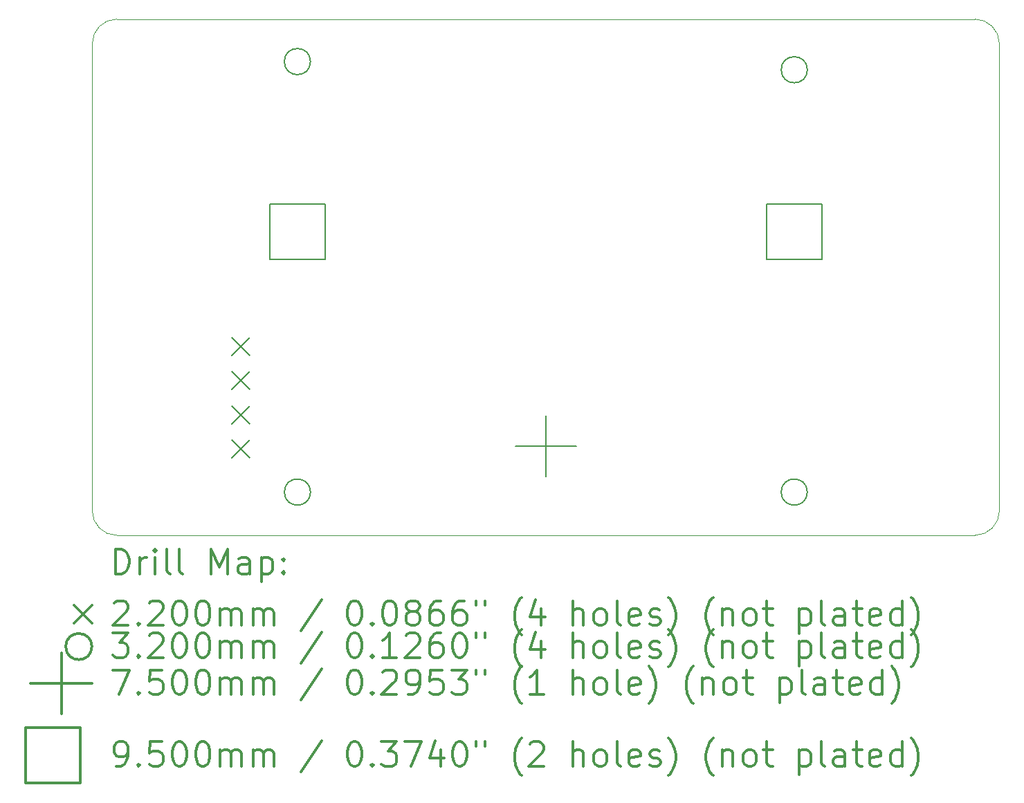
<source format=gbr>
%FSLAX45Y45*%
G04 Gerber Fmt 4.5, Leading zero omitted, Abs format (unit mm)*
G04 Created by KiCad (PCBNEW (5.1.12)-1) date 2022-01-24 11:12:58*
%MOMM*%
%LPD*%
G01*
G04 APERTURE LIST*
%TA.AperFunction,Profile*%
%ADD10C,0.100000*%
%TD*%
%ADD11C,0.200000*%
%ADD12C,0.300000*%
G04 APERTURE END LIST*
D10*
X21050000Y-8980000D02*
G75*
G02*
X21350000Y-9280000I0J-300000D01*
G01*
X21350000Y-15000000D02*
G75*
G02*
X21050000Y-15300000I-300000J0D01*
G01*
X10550000Y-15300000D02*
G75*
G02*
X10250000Y-15000000I0J300000D01*
G01*
X10250000Y-9280000D02*
G75*
G02*
X10550000Y-8980000I300000J0D01*
G01*
X10550000Y-15300000D02*
X21050000Y-15300000D01*
X21350000Y-9280000D02*
X21350000Y-15000000D01*
X10550000Y-8980000D02*
X21050000Y-8980000D01*
X10250000Y-9280000D02*
X10250000Y-15000000D01*
D11*
X11955000Y-12875000D02*
X12175000Y-13095000D01*
X12175000Y-12875000D02*
X11955000Y-13095000D01*
X11955000Y-13295000D02*
X12175000Y-13515000D01*
X12175000Y-13295000D02*
X11955000Y-13515000D01*
X11955000Y-13715000D02*
X12175000Y-13935000D01*
X12175000Y-13715000D02*
X11955000Y-13935000D01*
X11955000Y-14135000D02*
X12175000Y-14355000D01*
X12175000Y-14135000D02*
X11955000Y-14355000D01*
X12920000Y-9500000D02*
G75*
G03*
X12920000Y-9500000I-160000J0D01*
G01*
X12920000Y-14770000D02*
G75*
G03*
X12920000Y-14770000I-160000J0D01*
G01*
X19000000Y-9600000D02*
G75*
G03*
X19000000Y-9600000I-160000J0D01*
G01*
X19000000Y-14770000D02*
G75*
G03*
X19000000Y-14770000I-160000J0D01*
G01*
X15800000Y-13832500D02*
X15800000Y-14582500D01*
X15425000Y-14207500D02*
X16175000Y-14207500D01*
X13095879Y-11918379D02*
X13095879Y-11246621D01*
X12424121Y-11246621D01*
X12424121Y-11918379D01*
X13095879Y-11918379D01*
X19175879Y-11918379D02*
X19175879Y-11246621D01*
X18504121Y-11246621D01*
X18504121Y-11918379D01*
X19175879Y-11918379D01*
D12*
X10531428Y-15770714D02*
X10531428Y-15470714D01*
X10602857Y-15470714D01*
X10645714Y-15485000D01*
X10674286Y-15513571D01*
X10688571Y-15542143D01*
X10702857Y-15599286D01*
X10702857Y-15642143D01*
X10688571Y-15699286D01*
X10674286Y-15727857D01*
X10645714Y-15756429D01*
X10602857Y-15770714D01*
X10531428Y-15770714D01*
X10831428Y-15770714D02*
X10831428Y-15570714D01*
X10831428Y-15627857D02*
X10845714Y-15599286D01*
X10860000Y-15585000D01*
X10888571Y-15570714D01*
X10917143Y-15570714D01*
X11017143Y-15770714D02*
X11017143Y-15570714D01*
X11017143Y-15470714D02*
X11002857Y-15485000D01*
X11017143Y-15499286D01*
X11031428Y-15485000D01*
X11017143Y-15470714D01*
X11017143Y-15499286D01*
X11202857Y-15770714D02*
X11174286Y-15756429D01*
X11160000Y-15727857D01*
X11160000Y-15470714D01*
X11360000Y-15770714D02*
X11331428Y-15756429D01*
X11317143Y-15727857D01*
X11317143Y-15470714D01*
X11702857Y-15770714D02*
X11702857Y-15470714D01*
X11802857Y-15685000D01*
X11902857Y-15470714D01*
X11902857Y-15770714D01*
X12174286Y-15770714D02*
X12174286Y-15613571D01*
X12160000Y-15585000D01*
X12131428Y-15570714D01*
X12074286Y-15570714D01*
X12045714Y-15585000D01*
X12174286Y-15756429D02*
X12145714Y-15770714D01*
X12074286Y-15770714D01*
X12045714Y-15756429D01*
X12031428Y-15727857D01*
X12031428Y-15699286D01*
X12045714Y-15670714D01*
X12074286Y-15656429D01*
X12145714Y-15656429D01*
X12174286Y-15642143D01*
X12317143Y-15570714D02*
X12317143Y-15870714D01*
X12317143Y-15585000D02*
X12345714Y-15570714D01*
X12402857Y-15570714D01*
X12431428Y-15585000D01*
X12445714Y-15599286D01*
X12460000Y-15627857D01*
X12460000Y-15713571D01*
X12445714Y-15742143D01*
X12431428Y-15756429D01*
X12402857Y-15770714D01*
X12345714Y-15770714D01*
X12317143Y-15756429D01*
X12588571Y-15742143D02*
X12602857Y-15756429D01*
X12588571Y-15770714D01*
X12574286Y-15756429D01*
X12588571Y-15742143D01*
X12588571Y-15770714D01*
X12588571Y-15585000D02*
X12602857Y-15599286D01*
X12588571Y-15613571D01*
X12574286Y-15599286D01*
X12588571Y-15585000D01*
X12588571Y-15613571D01*
X10025000Y-16155000D02*
X10245000Y-16375000D01*
X10245000Y-16155000D02*
X10025000Y-16375000D01*
X10517143Y-16129286D02*
X10531428Y-16115000D01*
X10560000Y-16100714D01*
X10631428Y-16100714D01*
X10660000Y-16115000D01*
X10674286Y-16129286D01*
X10688571Y-16157857D01*
X10688571Y-16186429D01*
X10674286Y-16229286D01*
X10502857Y-16400714D01*
X10688571Y-16400714D01*
X10817143Y-16372143D02*
X10831428Y-16386429D01*
X10817143Y-16400714D01*
X10802857Y-16386429D01*
X10817143Y-16372143D01*
X10817143Y-16400714D01*
X10945714Y-16129286D02*
X10960000Y-16115000D01*
X10988571Y-16100714D01*
X11060000Y-16100714D01*
X11088571Y-16115000D01*
X11102857Y-16129286D01*
X11117143Y-16157857D01*
X11117143Y-16186429D01*
X11102857Y-16229286D01*
X10931428Y-16400714D01*
X11117143Y-16400714D01*
X11302857Y-16100714D02*
X11331428Y-16100714D01*
X11360000Y-16115000D01*
X11374286Y-16129286D01*
X11388571Y-16157857D01*
X11402857Y-16215000D01*
X11402857Y-16286429D01*
X11388571Y-16343571D01*
X11374286Y-16372143D01*
X11360000Y-16386429D01*
X11331428Y-16400714D01*
X11302857Y-16400714D01*
X11274286Y-16386429D01*
X11260000Y-16372143D01*
X11245714Y-16343571D01*
X11231428Y-16286429D01*
X11231428Y-16215000D01*
X11245714Y-16157857D01*
X11260000Y-16129286D01*
X11274286Y-16115000D01*
X11302857Y-16100714D01*
X11588571Y-16100714D02*
X11617143Y-16100714D01*
X11645714Y-16115000D01*
X11660000Y-16129286D01*
X11674286Y-16157857D01*
X11688571Y-16215000D01*
X11688571Y-16286429D01*
X11674286Y-16343571D01*
X11660000Y-16372143D01*
X11645714Y-16386429D01*
X11617143Y-16400714D01*
X11588571Y-16400714D01*
X11560000Y-16386429D01*
X11545714Y-16372143D01*
X11531428Y-16343571D01*
X11517143Y-16286429D01*
X11517143Y-16215000D01*
X11531428Y-16157857D01*
X11545714Y-16129286D01*
X11560000Y-16115000D01*
X11588571Y-16100714D01*
X11817143Y-16400714D02*
X11817143Y-16200714D01*
X11817143Y-16229286D02*
X11831428Y-16215000D01*
X11860000Y-16200714D01*
X11902857Y-16200714D01*
X11931428Y-16215000D01*
X11945714Y-16243571D01*
X11945714Y-16400714D01*
X11945714Y-16243571D02*
X11960000Y-16215000D01*
X11988571Y-16200714D01*
X12031428Y-16200714D01*
X12060000Y-16215000D01*
X12074286Y-16243571D01*
X12074286Y-16400714D01*
X12217143Y-16400714D02*
X12217143Y-16200714D01*
X12217143Y-16229286D02*
X12231428Y-16215000D01*
X12260000Y-16200714D01*
X12302857Y-16200714D01*
X12331428Y-16215000D01*
X12345714Y-16243571D01*
X12345714Y-16400714D01*
X12345714Y-16243571D02*
X12360000Y-16215000D01*
X12388571Y-16200714D01*
X12431428Y-16200714D01*
X12460000Y-16215000D01*
X12474286Y-16243571D01*
X12474286Y-16400714D01*
X13060000Y-16086429D02*
X12802857Y-16472143D01*
X13445714Y-16100714D02*
X13474286Y-16100714D01*
X13502857Y-16115000D01*
X13517143Y-16129286D01*
X13531428Y-16157857D01*
X13545714Y-16215000D01*
X13545714Y-16286429D01*
X13531428Y-16343571D01*
X13517143Y-16372143D01*
X13502857Y-16386429D01*
X13474286Y-16400714D01*
X13445714Y-16400714D01*
X13417143Y-16386429D01*
X13402857Y-16372143D01*
X13388571Y-16343571D01*
X13374286Y-16286429D01*
X13374286Y-16215000D01*
X13388571Y-16157857D01*
X13402857Y-16129286D01*
X13417143Y-16115000D01*
X13445714Y-16100714D01*
X13674286Y-16372143D02*
X13688571Y-16386429D01*
X13674286Y-16400714D01*
X13660000Y-16386429D01*
X13674286Y-16372143D01*
X13674286Y-16400714D01*
X13874286Y-16100714D02*
X13902857Y-16100714D01*
X13931428Y-16115000D01*
X13945714Y-16129286D01*
X13960000Y-16157857D01*
X13974286Y-16215000D01*
X13974286Y-16286429D01*
X13960000Y-16343571D01*
X13945714Y-16372143D01*
X13931428Y-16386429D01*
X13902857Y-16400714D01*
X13874286Y-16400714D01*
X13845714Y-16386429D01*
X13831428Y-16372143D01*
X13817143Y-16343571D01*
X13802857Y-16286429D01*
X13802857Y-16215000D01*
X13817143Y-16157857D01*
X13831428Y-16129286D01*
X13845714Y-16115000D01*
X13874286Y-16100714D01*
X14145714Y-16229286D02*
X14117143Y-16215000D01*
X14102857Y-16200714D01*
X14088571Y-16172143D01*
X14088571Y-16157857D01*
X14102857Y-16129286D01*
X14117143Y-16115000D01*
X14145714Y-16100714D01*
X14202857Y-16100714D01*
X14231428Y-16115000D01*
X14245714Y-16129286D01*
X14260000Y-16157857D01*
X14260000Y-16172143D01*
X14245714Y-16200714D01*
X14231428Y-16215000D01*
X14202857Y-16229286D01*
X14145714Y-16229286D01*
X14117143Y-16243571D01*
X14102857Y-16257857D01*
X14088571Y-16286429D01*
X14088571Y-16343571D01*
X14102857Y-16372143D01*
X14117143Y-16386429D01*
X14145714Y-16400714D01*
X14202857Y-16400714D01*
X14231428Y-16386429D01*
X14245714Y-16372143D01*
X14260000Y-16343571D01*
X14260000Y-16286429D01*
X14245714Y-16257857D01*
X14231428Y-16243571D01*
X14202857Y-16229286D01*
X14517143Y-16100714D02*
X14460000Y-16100714D01*
X14431428Y-16115000D01*
X14417143Y-16129286D01*
X14388571Y-16172143D01*
X14374286Y-16229286D01*
X14374286Y-16343571D01*
X14388571Y-16372143D01*
X14402857Y-16386429D01*
X14431428Y-16400714D01*
X14488571Y-16400714D01*
X14517143Y-16386429D01*
X14531428Y-16372143D01*
X14545714Y-16343571D01*
X14545714Y-16272143D01*
X14531428Y-16243571D01*
X14517143Y-16229286D01*
X14488571Y-16215000D01*
X14431428Y-16215000D01*
X14402857Y-16229286D01*
X14388571Y-16243571D01*
X14374286Y-16272143D01*
X14802857Y-16100714D02*
X14745714Y-16100714D01*
X14717143Y-16115000D01*
X14702857Y-16129286D01*
X14674286Y-16172143D01*
X14660000Y-16229286D01*
X14660000Y-16343571D01*
X14674286Y-16372143D01*
X14688571Y-16386429D01*
X14717143Y-16400714D01*
X14774286Y-16400714D01*
X14802857Y-16386429D01*
X14817143Y-16372143D01*
X14831428Y-16343571D01*
X14831428Y-16272143D01*
X14817143Y-16243571D01*
X14802857Y-16229286D01*
X14774286Y-16215000D01*
X14717143Y-16215000D01*
X14688571Y-16229286D01*
X14674286Y-16243571D01*
X14660000Y-16272143D01*
X14945714Y-16100714D02*
X14945714Y-16157857D01*
X15060000Y-16100714D02*
X15060000Y-16157857D01*
X15502857Y-16515000D02*
X15488571Y-16500714D01*
X15460000Y-16457857D01*
X15445714Y-16429286D01*
X15431428Y-16386429D01*
X15417143Y-16315000D01*
X15417143Y-16257857D01*
X15431428Y-16186429D01*
X15445714Y-16143571D01*
X15460000Y-16115000D01*
X15488571Y-16072143D01*
X15502857Y-16057857D01*
X15745714Y-16200714D02*
X15745714Y-16400714D01*
X15674286Y-16086429D02*
X15602857Y-16300714D01*
X15788571Y-16300714D01*
X16131428Y-16400714D02*
X16131428Y-16100714D01*
X16260000Y-16400714D02*
X16260000Y-16243571D01*
X16245714Y-16215000D01*
X16217143Y-16200714D01*
X16174286Y-16200714D01*
X16145714Y-16215000D01*
X16131428Y-16229286D01*
X16445714Y-16400714D02*
X16417143Y-16386429D01*
X16402857Y-16372143D01*
X16388571Y-16343571D01*
X16388571Y-16257857D01*
X16402857Y-16229286D01*
X16417143Y-16215000D01*
X16445714Y-16200714D01*
X16488571Y-16200714D01*
X16517143Y-16215000D01*
X16531428Y-16229286D01*
X16545714Y-16257857D01*
X16545714Y-16343571D01*
X16531428Y-16372143D01*
X16517143Y-16386429D01*
X16488571Y-16400714D01*
X16445714Y-16400714D01*
X16717143Y-16400714D02*
X16688571Y-16386429D01*
X16674286Y-16357857D01*
X16674286Y-16100714D01*
X16945714Y-16386429D02*
X16917143Y-16400714D01*
X16860000Y-16400714D01*
X16831428Y-16386429D01*
X16817143Y-16357857D01*
X16817143Y-16243571D01*
X16831428Y-16215000D01*
X16860000Y-16200714D01*
X16917143Y-16200714D01*
X16945714Y-16215000D01*
X16960000Y-16243571D01*
X16960000Y-16272143D01*
X16817143Y-16300714D01*
X17074286Y-16386429D02*
X17102857Y-16400714D01*
X17160000Y-16400714D01*
X17188571Y-16386429D01*
X17202857Y-16357857D01*
X17202857Y-16343571D01*
X17188571Y-16315000D01*
X17160000Y-16300714D01*
X17117143Y-16300714D01*
X17088571Y-16286429D01*
X17074286Y-16257857D01*
X17074286Y-16243571D01*
X17088571Y-16215000D01*
X17117143Y-16200714D01*
X17160000Y-16200714D01*
X17188571Y-16215000D01*
X17302857Y-16515000D02*
X17317143Y-16500714D01*
X17345714Y-16457857D01*
X17360000Y-16429286D01*
X17374286Y-16386429D01*
X17388571Y-16315000D01*
X17388571Y-16257857D01*
X17374286Y-16186429D01*
X17360000Y-16143571D01*
X17345714Y-16115000D01*
X17317143Y-16072143D01*
X17302857Y-16057857D01*
X17845714Y-16515000D02*
X17831428Y-16500714D01*
X17802857Y-16457857D01*
X17788571Y-16429286D01*
X17774286Y-16386429D01*
X17760000Y-16315000D01*
X17760000Y-16257857D01*
X17774286Y-16186429D01*
X17788571Y-16143571D01*
X17802857Y-16115000D01*
X17831428Y-16072143D01*
X17845714Y-16057857D01*
X17960000Y-16200714D02*
X17960000Y-16400714D01*
X17960000Y-16229286D02*
X17974286Y-16215000D01*
X18002857Y-16200714D01*
X18045714Y-16200714D01*
X18074286Y-16215000D01*
X18088571Y-16243571D01*
X18088571Y-16400714D01*
X18274286Y-16400714D02*
X18245714Y-16386429D01*
X18231428Y-16372143D01*
X18217143Y-16343571D01*
X18217143Y-16257857D01*
X18231428Y-16229286D01*
X18245714Y-16215000D01*
X18274286Y-16200714D01*
X18317143Y-16200714D01*
X18345714Y-16215000D01*
X18360000Y-16229286D01*
X18374286Y-16257857D01*
X18374286Y-16343571D01*
X18360000Y-16372143D01*
X18345714Y-16386429D01*
X18317143Y-16400714D01*
X18274286Y-16400714D01*
X18460000Y-16200714D02*
X18574286Y-16200714D01*
X18502857Y-16100714D02*
X18502857Y-16357857D01*
X18517143Y-16386429D01*
X18545714Y-16400714D01*
X18574286Y-16400714D01*
X18902857Y-16200714D02*
X18902857Y-16500714D01*
X18902857Y-16215000D02*
X18931428Y-16200714D01*
X18988571Y-16200714D01*
X19017143Y-16215000D01*
X19031428Y-16229286D01*
X19045714Y-16257857D01*
X19045714Y-16343571D01*
X19031428Y-16372143D01*
X19017143Y-16386429D01*
X18988571Y-16400714D01*
X18931428Y-16400714D01*
X18902857Y-16386429D01*
X19217143Y-16400714D02*
X19188571Y-16386429D01*
X19174286Y-16357857D01*
X19174286Y-16100714D01*
X19460000Y-16400714D02*
X19460000Y-16243571D01*
X19445714Y-16215000D01*
X19417143Y-16200714D01*
X19360000Y-16200714D01*
X19331428Y-16215000D01*
X19460000Y-16386429D02*
X19431428Y-16400714D01*
X19360000Y-16400714D01*
X19331428Y-16386429D01*
X19317143Y-16357857D01*
X19317143Y-16329286D01*
X19331428Y-16300714D01*
X19360000Y-16286429D01*
X19431428Y-16286429D01*
X19460000Y-16272143D01*
X19560000Y-16200714D02*
X19674286Y-16200714D01*
X19602857Y-16100714D02*
X19602857Y-16357857D01*
X19617143Y-16386429D01*
X19645714Y-16400714D01*
X19674286Y-16400714D01*
X19888571Y-16386429D02*
X19860000Y-16400714D01*
X19802857Y-16400714D01*
X19774286Y-16386429D01*
X19760000Y-16357857D01*
X19760000Y-16243571D01*
X19774286Y-16215000D01*
X19802857Y-16200714D01*
X19860000Y-16200714D01*
X19888571Y-16215000D01*
X19902857Y-16243571D01*
X19902857Y-16272143D01*
X19760000Y-16300714D01*
X20160000Y-16400714D02*
X20160000Y-16100714D01*
X20160000Y-16386429D02*
X20131428Y-16400714D01*
X20074286Y-16400714D01*
X20045714Y-16386429D01*
X20031428Y-16372143D01*
X20017143Y-16343571D01*
X20017143Y-16257857D01*
X20031428Y-16229286D01*
X20045714Y-16215000D01*
X20074286Y-16200714D01*
X20131428Y-16200714D01*
X20160000Y-16215000D01*
X20274286Y-16515000D02*
X20288571Y-16500714D01*
X20317143Y-16457857D01*
X20331428Y-16429286D01*
X20345714Y-16386429D01*
X20360000Y-16315000D01*
X20360000Y-16257857D01*
X20345714Y-16186429D01*
X20331428Y-16143571D01*
X20317143Y-16115000D01*
X20288571Y-16072143D01*
X20274286Y-16057857D01*
X10245000Y-16661000D02*
G75*
G03*
X10245000Y-16661000I-160000J0D01*
G01*
X10502857Y-16496714D02*
X10688571Y-16496714D01*
X10588571Y-16611000D01*
X10631428Y-16611000D01*
X10660000Y-16625286D01*
X10674286Y-16639571D01*
X10688571Y-16668143D01*
X10688571Y-16739571D01*
X10674286Y-16768143D01*
X10660000Y-16782429D01*
X10631428Y-16796714D01*
X10545714Y-16796714D01*
X10517143Y-16782429D01*
X10502857Y-16768143D01*
X10817143Y-16768143D02*
X10831428Y-16782429D01*
X10817143Y-16796714D01*
X10802857Y-16782429D01*
X10817143Y-16768143D01*
X10817143Y-16796714D01*
X10945714Y-16525286D02*
X10960000Y-16511000D01*
X10988571Y-16496714D01*
X11060000Y-16496714D01*
X11088571Y-16511000D01*
X11102857Y-16525286D01*
X11117143Y-16553857D01*
X11117143Y-16582429D01*
X11102857Y-16625286D01*
X10931428Y-16796714D01*
X11117143Y-16796714D01*
X11302857Y-16496714D02*
X11331428Y-16496714D01*
X11360000Y-16511000D01*
X11374286Y-16525286D01*
X11388571Y-16553857D01*
X11402857Y-16611000D01*
X11402857Y-16682429D01*
X11388571Y-16739571D01*
X11374286Y-16768143D01*
X11360000Y-16782429D01*
X11331428Y-16796714D01*
X11302857Y-16796714D01*
X11274286Y-16782429D01*
X11260000Y-16768143D01*
X11245714Y-16739571D01*
X11231428Y-16682429D01*
X11231428Y-16611000D01*
X11245714Y-16553857D01*
X11260000Y-16525286D01*
X11274286Y-16511000D01*
X11302857Y-16496714D01*
X11588571Y-16496714D02*
X11617143Y-16496714D01*
X11645714Y-16511000D01*
X11660000Y-16525286D01*
X11674286Y-16553857D01*
X11688571Y-16611000D01*
X11688571Y-16682429D01*
X11674286Y-16739571D01*
X11660000Y-16768143D01*
X11645714Y-16782429D01*
X11617143Y-16796714D01*
X11588571Y-16796714D01*
X11560000Y-16782429D01*
X11545714Y-16768143D01*
X11531428Y-16739571D01*
X11517143Y-16682429D01*
X11517143Y-16611000D01*
X11531428Y-16553857D01*
X11545714Y-16525286D01*
X11560000Y-16511000D01*
X11588571Y-16496714D01*
X11817143Y-16796714D02*
X11817143Y-16596714D01*
X11817143Y-16625286D02*
X11831428Y-16611000D01*
X11860000Y-16596714D01*
X11902857Y-16596714D01*
X11931428Y-16611000D01*
X11945714Y-16639571D01*
X11945714Y-16796714D01*
X11945714Y-16639571D02*
X11960000Y-16611000D01*
X11988571Y-16596714D01*
X12031428Y-16596714D01*
X12060000Y-16611000D01*
X12074286Y-16639571D01*
X12074286Y-16796714D01*
X12217143Y-16796714D02*
X12217143Y-16596714D01*
X12217143Y-16625286D02*
X12231428Y-16611000D01*
X12260000Y-16596714D01*
X12302857Y-16596714D01*
X12331428Y-16611000D01*
X12345714Y-16639571D01*
X12345714Y-16796714D01*
X12345714Y-16639571D02*
X12360000Y-16611000D01*
X12388571Y-16596714D01*
X12431428Y-16596714D01*
X12460000Y-16611000D01*
X12474286Y-16639571D01*
X12474286Y-16796714D01*
X13060000Y-16482429D02*
X12802857Y-16868143D01*
X13445714Y-16496714D02*
X13474286Y-16496714D01*
X13502857Y-16511000D01*
X13517143Y-16525286D01*
X13531428Y-16553857D01*
X13545714Y-16611000D01*
X13545714Y-16682429D01*
X13531428Y-16739571D01*
X13517143Y-16768143D01*
X13502857Y-16782429D01*
X13474286Y-16796714D01*
X13445714Y-16796714D01*
X13417143Y-16782429D01*
X13402857Y-16768143D01*
X13388571Y-16739571D01*
X13374286Y-16682429D01*
X13374286Y-16611000D01*
X13388571Y-16553857D01*
X13402857Y-16525286D01*
X13417143Y-16511000D01*
X13445714Y-16496714D01*
X13674286Y-16768143D02*
X13688571Y-16782429D01*
X13674286Y-16796714D01*
X13660000Y-16782429D01*
X13674286Y-16768143D01*
X13674286Y-16796714D01*
X13974286Y-16796714D02*
X13802857Y-16796714D01*
X13888571Y-16796714D02*
X13888571Y-16496714D01*
X13860000Y-16539571D01*
X13831428Y-16568143D01*
X13802857Y-16582429D01*
X14088571Y-16525286D02*
X14102857Y-16511000D01*
X14131428Y-16496714D01*
X14202857Y-16496714D01*
X14231428Y-16511000D01*
X14245714Y-16525286D01*
X14260000Y-16553857D01*
X14260000Y-16582429D01*
X14245714Y-16625286D01*
X14074286Y-16796714D01*
X14260000Y-16796714D01*
X14517143Y-16496714D02*
X14460000Y-16496714D01*
X14431428Y-16511000D01*
X14417143Y-16525286D01*
X14388571Y-16568143D01*
X14374286Y-16625286D01*
X14374286Y-16739571D01*
X14388571Y-16768143D01*
X14402857Y-16782429D01*
X14431428Y-16796714D01*
X14488571Y-16796714D01*
X14517143Y-16782429D01*
X14531428Y-16768143D01*
X14545714Y-16739571D01*
X14545714Y-16668143D01*
X14531428Y-16639571D01*
X14517143Y-16625286D01*
X14488571Y-16611000D01*
X14431428Y-16611000D01*
X14402857Y-16625286D01*
X14388571Y-16639571D01*
X14374286Y-16668143D01*
X14731428Y-16496714D02*
X14760000Y-16496714D01*
X14788571Y-16511000D01*
X14802857Y-16525286D01*
X14817143Y-16553857D01*
X14831428Y-16611000D01*
X14831428Y-16682429D01*
X14817143Y-16739571D01*
X14802857Y-16768143D01*
X14788571Y-16782429D01*
X14760000Y-16796714D01*
X14731428Y-16796714D01*
X14702857Y-16782429D01*
X14688571Y-16768143D01*
X14674286Y-16739571D01*
X14660000Y-16682429D01*
X14660000Y-16611000D01*
X14674286Y-16553857D01*
X14688571Y-16525286D01*
X14702857Y-16511000D01*
X14731428Y-16496714D01*
X14945714Y-16496714D02*
X14945714Y-16553857D01*
X15060000Y-16496714D02*
X15060000Y-16553857D01*
X15502857Y-16911000D02*
X15488571Y-16896714D01*
X15460000Y-16853857D01*
X15445714Y-16825286D01*
X15431428Y-16782429D01*
X15417143Y-16711000D01*
X15417143Y-16653857D01*
X15431428Y-16582429D01*
X15445714Y-16539571D01*
X15460000Y-16511000D01*
X15488571Y-16468143D01*
X15502857Y-16453857D01*
X15745714Y-16596714D02*
X15745714Y-16796714D01*
X15674286Y-16482429D02*
X15602857Y-16696714D01*
X15788571Y-16696714D01*
X16131428Y-16796714D02*
X16131428Y-16496714D01*
X16260000Y-16796714D02*
X16260000Y-16639571D01*
X16245714Y-16611000D01*
X16217143Y-16596714D01*
X16174286Y-16596714D01*
X16145714Y-16611000D01*
X16131428Y-16625286D01*
X16445714Y-16796714D02*
X16417143Y-16782429D01*
X16402857Y-16768143D01*
X16388571Y-16739571D01*
X16388571Y-16653857D01*
X16402857Y-16625286D01*
X16417143Y-16611000D01*
X16445714Y-16596714D01*
X16488571Y-16596714D01*
X16517143Y-16611000D01*
X16531428Y-16625286D01*
X16545714Y-16653857D01*
X16545714Y-16739571D01*
X16531428Y-16768143D01*
X16517143Y-16782429D01*
X16488571Y-16796714D01*
X16445714Y-16796714D01*
X16717143Y-16796714D02*
X16688571Y-16782429D01*
X16674286Y-16753857D01*
X16674286Y-16496714D01*
X16945714Y-16782429D02*
X16917143Y-16796714D01*
X16860000Y-16796714D01*
X16831428Y-16782429D01*
X16817143Y-16753857D01*
X16817143Y-16639571D01*
X16831428Y-16611000D01*
X16860000Y-16596714D01*
X16917143Y-16596714D01*
X16945714Y-16611000D01*
X16960000Y-16639571D01*
X16960000Y-16668143D01*
X16817143Y-16696714D01*
X17074286Y-16782429D02*
X17102857Y-16796714D01*
X17160000Y-16796714D01*
X17188571Y-16782429D01*
X17202857Y-16753857D01*
X17202857Y-16739571D01*
X17188571Y-16711000D01*
X17160000Y-16696714D01*
X17117143Y-16696714D01*
X17088571Y-16682429D01*
X17074286Y-16653857D01*
X17074286Y-16639571D01*
X17088571Y-16611000D01*
X17117143Y-16596714D01*
X17160000Y-16596714D01*
X17188571Y-16611000D01*
X17302857Y-16911000D02*
X17317143Y-16896714D01*
X17345714Y-16853857D01*
X17360000Y-16825286D01*
X17374286Y-16782429D01*
X17388571Y-16711000D01*
X17388571Y-16653857D01*
X17374286Y-16582429D01*
X17360000Y-16539571D01*
X17345714Y-16511000D01*
X17317143Y-16468143D01*
X17302857Y-16453857D01*
X17845714Y-16911000D02*
X17831428Y-16896714D01*
X17802857Y-16853857D01*
X17788571Y-16825286D01*
X17774286Y-16782429D01*
X17760000Y-16711000D01*
X17760000Y-16653857D01*
X17774286Y-16582429D01*
X17788571Y-16539571D01*
X17802857Y-16511000D01*
X17831428Y-16468143D01*
X17845714Y-16453857D01*
X17960000Y-16596714D02*
X17960000Y-16796714D01*
X17960000Y-16625286D02*
X17974286Y-16611000D01*
X18002857Y-16596714D01*
X18045714Y-16596714D01*
X18074286Y-16611000D01*
X18088571Y-16639571D01*
X18088571Y-16796714D01*
X18274286Y-16796714D02*
X18245714Y-16782429D01*
X18231428Y-16768143D01*
X18217143Y-16739571D01*
X18217143Y-16653857D01*
X18231428Y-16625286D01*
X18245714Y-16611000D01*
X18274286Y-16596714D01*
X18317143Y-16596714D01*
X18345714Y-16611000D01*
X18360000Y-16625286D01*
X18374286Y-16653857D01*
X18374286Y-16739571D01*
X18360000Y-16768143D01*
X18345714Y-16782429D01*
X18317143Y-16796714D01*
X18274286Y-16796714D01*
X18460000Y-16596714D02*
X18574286Y-16596714D01*
X18502857Y-16496714D02*
X18502857Y-16753857D01*
X18517143Y-16782429D01*
X18545714Y-16796714D01*
X18574286Y-16796714D01*
X18902857Y-16596714D02*
X18902857Y-16896714D01*
X18902857Y-16611000D02*
X18931428Y-16596714D01*
X18988571Y-16596714D01*
X19017143Y-16611000D01*
X19031428Y-16625286D01*
X19045714Y-16653857D01*
X19045714Y-16739571D01*
X19031428Y-16768143D01*
X19017143Y-16782429D01*
X18988571Y-16796714D01*
X18931428Y-16796714D01*
X18902857Y-16782429D01*
X19217143Y-16796714D02*
X19188571Y-16782429D01*
X19174286Y-16753857D01*
X19174286Y-16496714D01*
X19460000Y-16796714D02*
X19460000Y-16639571D01*
X19445714Y-16611000D01*
X19417143Y-16596714D01*
X19360000Y-16596714D01*
X19331428Y-16611000D01*
X19460000Y-16782429D02*
X19431428Y-16796714D01*
X19360000Y-16796714D01*
X19331428Y-16782429D01*
X19317143Y-16753857D01*
X19317143Y-16725286D01*
X19331428Y-16696714D01*
X19360000Y-16682429D01*
X19431428Y-16682429D01*
X19460000Y-16668143D01*
X19560000Y-16596714D02*
X19674286Y-16596714D01*
X19602857Y-16496714D02*
X19602857Y-16753857D01*
X19617143Y-16782429D01*
X19645714Y-16796714D01*
X19674286Y-16796714D01*
X19888571Y-16782429D02*
X19860000Y-16796714D01*
X19802857Y-16796714D01*
X19774286Y-16782429D01*
X19760000Y-16753857D01*
X19760000Y-16639571D01*
X19774286Y-16611000D01*
X19802857Y-16596714D01*
X19860000Y-16596714D01*
X19888571Y-16611000D01*
X19902857Y-16639571D01*
X19902857Y-16668143D01*
X19760000Y-16696714D01*
X20160000Y-16796714D02*
X20160000Y-16496714D01*
X20160000Y-16782429D02*
X20131428Y-16796714D01*
X20074286Y-16796714D01*
X20045714Y-16782429D01*
X20031428Y-16768143D01*
X20017143Y-16739571D01*
X20017143Y-16653857D01*
X20031428Y-16625286D01*
X20045714Y-16611000D01*
X20074286Y-16596714D01*
X20131428Y-16596714D01*
X20160000Y-16611000D01*
X20274286Y-16911000D02*
X20288571Y-16896714D01*
X20317143Y-16853857D01*
X20331428Y-16825286D01*
X20345714Y-16782429D01*
X20360000Y-16711000D01*
X20360000Y-16653857D01*
X20345714Y-16582429D01*
X20331428Y-16539571D01*
X20317143Y-16511000D01*
X20288571Y-16468143D01*
X20274286Y-16453857D01*
X9870000Y-16736000D02*
X9870000Y-17486000D01*
X9495000Y-17111000D02*
X10245000Y-17111000D01*
X10502857Y-16946714D02*
X10702857Y-16946714D01*
X10574286Y-17246714D01*
X10817143Y-17218143D02*
X10831428Y-17232429D01*
X10817143Y-17246714D01*
X10802857Y-17232429D01*
X10817143Y-17218143D01*
X10817143Y-17246714D01*
X11102857Y-16946714D02*
X10960000Y-16946714D01*
X10945714Y-17089572D01*
X10960000Y-17075286D01*
X10988571Y-17061000D01*
X11060000Y-17061000D01*
X11088571Y-17075286D01*
X11102857Y-17089572D01*
X11117143Y-17118143D01*
X11117143Y-17189572D01*
X11102857Y-17218143D01*
X11088571Y-17232429D01*
X11060000Y-17246714D01*
X10988571Y-17246714D01*
X10960000Y-17232429D01*
X10945714Y-17218143D01*
X11302857Y-16946714D02*
X11331428Y-16946714D01*
X11360000Y-16961000D01*
X11374286Y-16975286D01*
X11388571Y-17003857D01*
X11402857Y-17061000D01*
X11402857Y-17132429D01*
X11388571Y-17189572D01*
X11374286Y-17218143D01*
X11360000Y-17232429D01*
X11331428Y-17246714D01*
X11302857Y-17246714D01*
X11274286Y-17232429D01*
X11260000Y-17218143D01*
X11245714Y-17189572D01*
X11231428Y-17132429D01*
X11231428Y-17061000D01*
X11245714Y-17003857D01*
X11260000Y-16975286D01*
X11274286Y-16961000D01*
X11302857Y-16946714D01*
X11588571Y-16946714D02*
X11617143Y-16946714D01*
X11645714Y-16961000D01*
X11660000Y-16975286D01*
X11674286Y-17003857D01*
X11688571Y-17061000D01*
X11688571Y-17132429D01*
X11674286Y-17189572D01*
X11660000Y-17218143D01*
X11645714Y-17232429D01*
X11617143Y-17246714D01*
X11588571Y-17246714D01*
X11560000Y-17232429D01*
X11545714Y-17218143D01*
X11531428Y-17189572D01*
X11517143Y-17132429D01*
X11517143Y-17061000D01*
X11531428Y-17003857D01*
X11545714Y-16975286D01*
X11560000Y-16961000D01*
X11588571Y-16946714D01*
X11817143Y-17246714D02*
X11817143Y-17046714D01*
X11817143Y-17075286D02*
X11831428Y-17061000D01*
X11860000Y-17046714D01*
X11902857Y-17046714D01*
X11931428Y-17061000D01*
X11945714Y-17089572D01*
X11945714Y-17246714D01*
X11945714Y-17089572D02*
X11960000Y-17061000D01*
X11988571Y-17046714D01*
X12031428Y-17046714D01*
X12060000Y-17061000D01*
X12074286Y-17089572D01*
X12074286Y-17246714D01*
X12217143Y-17246714D02*
X12217143Y-17046714D01*
X12217143Y-17075286D02*
X12231428Y-17061000D01*
X12260000Y-17046714D01*
X12302857Y-17046714D01*
X12331428Y-17061000D01*
X12345714Y-17089572D01*
X12345714Y-17246714D01*
X12345714Y-17089572D02*
X12360000Y-17061000D01*
X12388571Y-17046714D01*
X12431428Y-17046714D01*
X12460000Y-17061000D01*
X12474286Y-17089572D01*
X12474286Y-17246714D01*
X13060000Y-16932429D02*
X12802857Y-17318143D01*
X13445714Y-16946714D02*
X13474286Y-16946714D01*
X13502857Y-16961000D01*
X13517143Y-16975286D01*
X13531428Y-17003857D01*
X13545714Y-17061000D01*
X13545714Y-17132429D01*
X13531428Y-17189572D01*
X13517143Y-17218143D01*
X13502857Y-17232429D01*
X13474286Y-17246714D01*
X13445714Y-17246714D01*
X13417143Y-17232429D01*
X13402857Y-17218143D01*
X13388571Y-17189572D01*
X13374286Y-17132429D01*
X13374286Y-17061000D01*
X13388571Y-17003857D01*
X13402857Y-16975286D01*
X13417143Y-16961000D01*
X13445714Y-16946714D01*
X13674286Y-17218143D02*
X13688571Y-17232429D01*
X13674286Y-17246714D01*
X13660000Y-17232429D01*
X13674286Y-17218143D01*
X13674286Y-17246714D01*
X13802857Y-16975286D02*
X13817143Y-16961000D01*
X13845714Y-16946714D01*
X13917143Y-16946714D01*
X13945714Y-16961000D01*
X13960000Y-16975286D01*
X13974286Y-17003857D01*
X13974286Y-17032429D01*
X13960000Y-17075286D01*
X13788571Y-17246714D01*
X13974286Y-17246714D01*
X14117143Y-17246714D02*
X14174286Y-17246714D01*
X14202857Y-17232429D01*
X14217143Y-17218143D01*
X14245714Y-17175286D01*
X14260000Y-17118143D01*
X14260000Y-17003857D01*
X14245714Y-16975286D01*
X14231428Y-16961000D01*
X14202857Y-16946714D01*
X14145714Y-16946714D01*
X14117143Y-16961000D01*
X14102857Y-16975286D01*
X14088571Y-17003857D01*
X14088571Y-17075286D01*
X14102857Y-17103857D01*
X14117143Y-17118143D01*
X14145714Y-17132429D01*
X14202857Y-17132429D01*
X14231428Y-17118143D01*
X14245714Y-17103857D01*
X14260000Y-17075286D01*
X14531428Y-16946714D02*
X14388571Y-16946714D01*
X14374286Y-17089572D01*
X14388571Y-17075286D01*
X14417143Y-17061000D01*
X14488571Y-17061000D01*
X14517143Y-17075286D01*
X14531428Y-17089572D01*
X14545714Y-17118143D01*
X14545714Y-17189572D01*
X14531428Y-17218143D01*
X14517143Y-17232429D01*
X14488571Y-17246714D01*
X14417143Y-17246714D01*
X14388571Y-17232429D01*
X14374286Y-17218143D01*
X14645714Y-16946714D02*
X14831428Y-16946714D01*
X14731428Y-17061000D01*
X14774286Y-17061000D01*
X14802857Y-17075286D01*
X14817143Y-17089572D01*
X14831428Y-17118143D01*
X14831428Y-17189572D01*
X14817143Y-17218143D01*
X14802857Y-17232429D01*
X14774286Y-17246714D01*
X14688571Y-17246714D01*
X14660000Y-17232429D01*
X14645714Y-17218143D01*
X14945714Y-16946714D02*
X14945714Y-17003857D01*
X15060000Y-16946714D02*
X15060000Y-17003857D01*
X15502857Y-17361000D02*
X15488571Y-17346714D01*
X15460000Y-17303857D01*
X15445714Y-17275286D01*
X15431428Y-17232429D01*
X15417143Y-17161000D01*
X15417143Y-17103857D01*
X15431428Y-17032429D01*
X15445714Y-16989572D01*
X15460000Y-16961000D01*
X15488571Y-16918143D01*
X15502857Y-16903857D01*
X15774286Y-17246714D02*
X15602857Y-17246714D01*
X15688571Y-17246714D02*
X15688571Y-16946714D01*
X15660000Y-16989572D01*
X15631428Y-17018143D01*
X15602857Y-17032429D01*
X16131428Y-17246714D02*
X16131428Y-16946714D01*
X16260000Y-17246714D02*
X16260000Y-17089572D01*
X16245714Y-17061000D01*
X16217143Y-17046714D01*
X16174286Y-17046714D01*
X16145714Y-17061000D01*
X16131428Y-17075286D01*
X16445714Y-17246714D02*
X16417143Y-17232429D01*
X16402857Y-17218143D01*
X16388571Y-17189572D01*
X16388571Y-17103857D01*
X16402857Y-17075286D01*
X16417143Y-17061000D01*
X16445714Y-17046714D01*
X16488571Y-17046714D01*
X16517143Y-17061000D01*
X16531428Y-17075286D01*
X16545714Y-17103857D01*
X16545714Y-17189572D01*
X16531428Y-17218143D01*
X16517143Y-17232429D01*
X16488571Y-17246714D01*
X16445714Y-17246714D01*
X16717143Y-17246714D02*
X16688571Y-17232429D01*
X16674286Y-17203857D01*
X16674286Y-16946714D01*
X16945714Y-17232429D02*
X16917143Y-17246714D01*
X16860000Y-17246714D01*
X16831428Y-17232429D01*
X16817143Y-17203857D01*
X16817143Y-17089572D01*
X16831428Y-17061000D01*
X16860000Y-17046714D01*
X16917143Y-17046714D01*
X16945714Y-17061000D01*
X16960000Y-17089572D01*
X16960000Y-17118143D01*
X16817143Y-17146714D01*
X17060000Y-17361000D02*
X17074286Y-17346714D01*
X17102857Y-17303857D01*
X17117143Y-17275286D01*
X17131428Y-17232429D01*
X17145714Y-17161000D01*
X17145714Y-17103857D01*
X17131428Y-17032429D01*
X17117143Y-16989572D01*
X17102857Y-16961000D01*
X17074286Y-16918143D01*
X17060000Y-16903857D01*
X17602857Y-17361000D02*
X17588571Y-17346714D01*
X17560000Y-17303857D01*
X17545714Y-17275286D01*
X17531428Y-17232429D01*
X17517143Y-17161000D01*
X17517143Y-17103857D01*
X17531428Y-17032429D01*
X17545714Y-16989572D01*
X17560000Y-16961000D01*
X17588571Y-16918143D01*
X17602857Y-16903857D01*
X17717143Y-17046714D02*
X17717143Y-17246714D01*
X17717143Y-17075286D02*
X17731428Y-17061000D01*
X17760000Y-17046714D01*
X17802857Y-17046714D01*
X17831428Y-17061000D01*
X17845714Y-17089572D01*
X17845714Y-17246714D01*
X18031428Y-17246714D02*
X18002857Y-17232429D01*
X17988571Y-17218143D01*
X17974286Y-17189572D01*
X17974286Y-17103857D01*
X17988571Y-17075286D01*
X18002857Y-17061000D01*
X18031428Y-17046714D01*
X18074286Y-17046714D01*
X18102857Y-17061000D01*
X18117143Y-17075286D01*
X18131428Y-17103857D01*
X18131428Y-17189572D01*
X18117143Y-17218143D01*
X18102857Y-17232429D01*
X18074286Y-17246714D01*
X18031428Y-17246714D01*
X18217143Y-17046714D02*
X18331428Y-17046714D01*
X18260000Y-16946714D02*
X18260000Y-17203857D01*
X18274286Y-17232429D01*
X18302857Y-17246714D01*
X18331428Y-17246714D01*
X18660000Y-17046714D02*
X18660000Y-17346714D01*
X18660000Y-17061000D02*
X18688571Y-17046714D01*
X18745714Y-17046714D01*
X18774286Y-17061000D01*
X18788571Y-17075286D01*
X18802857Y-17103857D01*
X18802857Y-17189572D01*
X18788571Y-17218143D01*
X18774286Y-17232429D01*
X18745714Y-17246714D01*
X18688571Y-17246714D01*
X18660000Y-17232429D01*
X18974286Y-17246714D02*
X18945714Y-17232429D01*
X18931428Y-17203857D01*
X18931428Y-16946714D01*
X19217143Y-17246714D02*
X19217143Y-17089572D01*
X19202857Y-17061000D01*
X19174286Y-17046714D01*
X19117143Y-17046714D01*
X19088571Y-17061000D01*
X19217143Y-17232429D02*
X19188571Y-17246714D01*
X19117143Y-17246714D01*
X19088571Y-17232429D01*
X19074286Y-17203857D01*
X19074286Y-17175286D01*
X19088571Y-17146714D01*
X19117143Y-17132429D01*
X19188571Y-17132429D01*
X19217143Y-17118143D01*
X19317143Y-17046714D02*
X19431428Y-17046714D01*
X19360000Y-16946714D02*
X19360000Y-17203857D01*
X19374286Y-17232429D01*
X19402857Y-17246714D01*
X19431428Y-17246714D01*
X19645714Y-17232429D02*
X19617143Y-17246714D01*
X19560000Y-17246714D01*
X19531428Y-17232429D01*
X19517143Y-17203857D01*
X19517143Y-17089572D01*
X19531428Y-17061000D01*
X19560000Y-17046714D01*
X19617143Y-17046714D01*
X19645714Y-17061000D01*
X19660000Y-17089572D01*
X19660000Y-17118143D01*
X19517143Y-17146714D01*
X19917143Y-17246714D02*
X19917143Y-16946714D01*
X19917143Y-17232429D02*
X19888571Y-17246714D01*
X19831428Y-17246714D01*
X19802857Y-17232429D01*
X19788571Y-17218143D01*
X19774286Y-17189572D01*
X19774286Y-17103857D01*
X19788571Y-17075286D01*
X19802857Y-17061000D01*
X19831428Y-17046714D01*
X19888571Y-17046714D01*
X19917143Y-17061000D01*
X20031428Y-17361000D02*
X20045714Y-17346714D01*
X20074286Y-17303857D01*
X20088571Y-17275286D01*
X20102857Y-17232429D01*
X20117143Y-17161000D01*
X20117143Y-17103857D01*
X20102857Y-17032429D01*
X20088571Y-16989572D01*
X20074286Y-16961000D01*
X20045714Y-16918143D01*
X20031428Y-16903857D01*
X10105879Y-18326879D02*
X10105879Y-17655121D01*
X9434121Y-17655121D01*
X9434121Y-18326879D01*
X10105879Y-18326879D01*
X10545714Y-18126714D02*
X10602857Y-18126714D01*
X10631428Y-18112429D01*
X10645714Y-18098143D01*
X10674286Y-18055286D01*
X10688571Y-17998143D01*
X10688571Y-17883857D01*
X10674286Y-17855286D01*
X10660000Y-17841000D01*
X10631428Y-17826714D01*
X10574286Y-17826714D01*
X10545714Y-17841000D01*
X10531428Y-17855286D01*
X10517143Y-17883857D01*
X10517143Y-17955286D01*
X10531428Y-17983857D01*
X10545714Y-17998143D01*
X10574286Y-18012429D01*
X10631428Y-18012429D01*
X10660000Y-17998143D01*
X10674286Y-17983857D01*
X10688571Y-17955286D01*
X10817143Y-18098143D02*
X10831428Y-18112429D01*
X10817143Y-18126714D01*
X10802857Y-18112429D01*
X10817143Y-18098143D01*
X10817143Y-18126714D01*
X11102857Y-17826714D02*
X10960000Y-17826714D01*
X10945714Y-17969572D01*
X10960000Y-17955286D01*
X10988571Y-17941000D01*
X11060000Y-17941000D01*
X11088571Y-17955286D01*
X11102857Y-17969572D01*
X11117143Y-17998143D01*
X11117143Y-18069572D01*
X11102857Y-18098143D01*
X11088571Y-18112429D01*
X11060000Y-18126714D01*
X10988571Y-18126714D01*
X10960000Y-18112429D01*
X10945714Y-18098143D01*
X11302857Y-17826714D02*
X11331428Y-17826714D01*
X11360000Y-17841000D01*
X11374286Y-17855286D01*
X11388571Y-17883857D01*
X11402857Y-17941000D01*
X11402857Y-18012429D01*
X11388571Y-18069572D01*
X11374286Y-18098143D01*
X11360000Y-18112429D01*
X11331428Y-18126714D01*
X11302857Y-18126714D01*
X11274286Y-18112429D01*
X11260000Y-18098143D01*
X11245714Y-18069572D01*
X11231428Y-18012429D01*
X11231428Y-17941000D01*
X11245714Y-17883857D01*
X11260000Y-17855286D01*
X11274286Y-17841000D01*
X11302857Y-17826714D01*
X11588571Y-17826714D02*
X11617143Y-17826714D01*
X11645714Y-17841000D01*
X11660000Y-17855286D01*
X11674286Y-17883857D01*
X11688571Y-17941000D01*
X11688571Y-18012429D01*
X11674286Y-18069572D01*
X11660000Y-18098143D01*
X11645714Y-18112429D01*
X11617143Y-18126714D01*
X11588571Y-18126714D01*
X11560000Y-18112429D01*
X11545714Y-18098143D01*
X11531428Y-18069572D01*
X11517143Y-18012429D01*
X11517143Y-17941000D01*
X11531428Y-17883857D01*
X11545714Y-17855286D01*
X11560000Y-17841000D01*
X11588571Y-17826714D01*
X11817143Y-18126714D02*
X11817143Y-17926714D01*
X11817143Y-17955286D02*
X11831428Y-17941000D01*
X11860000Y-17926714D01*
X11902857Y-17926714D01*
X11931428Y-17941000D01*
X11945714Y-17969572D01*
X11945714Y-18126714D01*
X11945714Y-17969572D02*
X11960000Y-17941000D01*
X11988571Y-17926714D01*
X12031428Y-17926714D01*
X12060000Y-17941000D01*
X12074286Y-17969572D01*
X12074286Y-18126714D01*
X12217143Y-18126714D02*
X12217143Y-17926714D01*
X12217143Y-17955286D02*
X12231428Y-17941000D01*
X12260000Y-17926714D01*
X12302857Y-17926714D01*
X12331428Y-17941000D01*
X12345714Y-17969572D01*
X12345714Y-18126714D01*
X12345714Y-17969572D02*
X12360000Y-17941000D01*
X12388571Y-17926714D01*
X12431428Y-17926714D01*
X12460000Y-17941000D01*
X12474286Y-17969572D01*
X12474286Y-18126714D01*
X13060000Y-17812429D02*
X12802857Y-18198143D01*
X13445714Y-17826714D02*
X13474286Y-17826714D01*
X13502857Y-17841000D01*
X13517143Y-17855286D01*
X13531428Y-17883857D01*
X13545714Y-17941000D01*
X13545714Y-18012429D01*
X13531428Y-18069572D01*
X13517143Y-18098143D01*
X13502857Y-18112429D01*
X13474286Y-18126714D01*
X13445714Y-18126714D01*
X13417143Y-18112429D01*
X13402857Y-18098143D01*
X13388571Y-18069572D01*
X13374286Y-18012429D01*
X13374286Y-17941000D01*
X13388571Y-17883857D01*
X13402857Y-17855286D01*
X13417143Y-17841000D01*
X13445714Y-17826714D01*
X13674286Y-18098143D02*
X13688571Y-18112429D01*
X13674286Y-18126714D01*
X13660000Y-18112429D01*
X13674286Y-18098143D01*
X13674286Y-18126714D01*
X13788571Y-17826714D02*
X13974286Y-17826714D01*
X13874286Y-17941000D01*
X13917143Y-17941000D01*
X13945714Y-17955286D01*
X13960000Y-17969572D01*
X13974286Y-17998143D01*
X13974286Y-18069572D01*
X13960000Y-18098143D01*
X13945714Y-18112429D01*
X13917143Y-18126714D01*
X13831428Y-18126714D01*
X13802857Y-18112429D01*
X13788571Y-18098143D01*
X14074286Y-17826714D02*
X14274286Y-17826714D01*
X14145714Y-18126714D01*
X14517143Y-17926714D02*
X14517143Y-18126714D01*
X14445714Y-17812429D02*
X14374286Y-18026714D01*
X14560000Y-18026714D01*
X14731428Y-17826714D02*
X14760000Y-17826714D01*
X14788571Y-17841000D01*
X14802857Y-17855286D01*
X14817143Y-17883857D01*
X14831428Y-17941000D01*
X14831428Y-18012429D01*
X14817143Y-18069572D01*
X14802857Y-18098143D01*
X14788571Y-18112429D01*
X14760000Y-18126714D01*
X14731428Y-18126714D01*
X14702857Y-18112429D01*
X14688571Y-18098143D01*
X14674286Y-18069572D01*
X14660000Y-18012429D01*
X14660000Y-17941000D01*
X14674286Y-17883857D01*
X14688571Y-17855286D01*
X14702857Y-17841000D01*
X14731428Y-17826714D01*
X14945714Y-17826714D02*
X14945714Y-17883857D01*
X15060000Y-17826714D02*
X15060000Y-17883857D01*
X15502857Y-18241000D02*
X15488571Y-18226714D01*
X15460000Y-18183857D01*
X15445714Y-18155286D01*
X15431428Y-18112429D01*
X15417143Y-18041000D01*
X15417143Y-17983857D01*
X15431428Y-17912429D01*
X15445714Y-17869572D01*
X15460000Y-17841000D01*
X15488571Y-17798143D01*
X15502857Y-17783857D01*
X15602857Y-17855286D02*
X15617143Y-17841000D01*
X15645714Y-17826714D01*
X15717143Y-17826714D01*
X15745714Y-17841000D01*
X15760000Y-17855286D01*
X15774286Y-17883857D01*
X15774286Y-17912429D01*
X15760000Y-17955286D01*
X15588571Y-18126714D01*
X15774286Y-18126714D01*
X16131428Y-18126714D02*
X16131428Y-17826714D01*
X16260000Y-18126714D02*
X16260000Y-17969572D01*
X16245714Y-17941000D01*
X16217143Y-17926714D01*
X16174286Y-17926714D01*
X16145714Y-17941000D01*
X16131428Y-17955286D01*
X16445714Y-18126714D02*
X16417143Y-18112429D01*
X16402857Y-18098143D01*
X16388571Y-18069572D01*
X16388571Y-17983857D01*
X16402857Y-17955286D01*
X16417143Y-17941000D01*
X16445714Y-17926714D01*
X16488571Y-17926714D01*
X16517143Y-17941000D01*
X16531428Y-17955286D01*
X16545714Y-17983857D01*
X16545714Y-18069572D01*
X16531428Y-18098143D01*
X16517143Y-18112429D01*
X16488571Y-18126714D01*
X16445714Y-18126714D01*
X16717143Y-18126714D02*
X16688571Y-18112429D01*
X16674286Y-18083857D01*
X16674286Y-17826714D01*
X16945714Y-18112429D02*
X16917143Y-18126714D01*
X16860000Y-18126714D01*
X16831428Y-18112429D01*
X16817143Y-18083857D01*
X16817143Y-17969572D01*
X16831428Y-17941000D01*
X16860000Y-17926714D01*
X16917143Y-17926714D01*
X16945714Y-17941000D01*
X16960000Y-17969572D01*
X16960000Y-17998143D01*
X16817143Y-18026714D01*
X17074286Y-18112429D02*
X17102857Y-18126714D01*
X17160000Y-18126714D01*
X17188571Y-18112429D01*
X17202857Y-18083857D01*
X17202857Y-18069572D01*
X17188571Y-18041000D01*
X17160000Y-18026714D01*
X17117143Y-18026714D01*
X17088571Y-18012429D01*
X17074286Y-17983857D01*
X17074286Y-17969572D01*
X17088571Y-17941000D01*
X17117143Y-17926714D01*
X17160000Y-17926714D01*
X17188571Y-17941000D01*
X17302857Y-18241000D02*
X17317143Y-18226714D01*
X17345714Y-18183857D01*
X17360000Y-18155286D01*
X17374286Y-18112429D01*
X17388571Y-18041000D01*
X17388571Y-17983857D01*
X17374286Y-17912429D01*
X17360000Y-17869572D01*
X17345714Y-17841000D01*
X17317143Y-17798143D01*
X17302857Y-17783857D01*
X17845714Y-18241000D02*
X17831428Y-18226714D01*
X17802857Y-18183857D01*
X17788571Y-18155286D01*
X17774286Y-18112429D01*
X17760000Y-18041000D01*
X17760000Y-17983857D01*
X17774286Y-17912429D01*
X17788571Y-17869572D01*
X17802857Y-17841000D01*
X17831428Y-17798143D01*
X17845714Y-17783857D01*
X17960000Y-17926714D02*
X17960000Y-18126714D01*
X17960000Y-17955286D02*
X17974286Y-17941000D01*
X18002857Y-17926714D01*
X18045714Y-17926714D01*
X18074286Y-17941000D01*
X18088571Y-17969572D01*
X18088571Y-18126714D01*
X18274286Y-18126714D02*
X18245714Y-18112429D01*
X18231428Y-18098143D01*
X18217143Y-18069572D01*
X18217143Y-17983857D01*
X18231428Y-17955286D01*
X18245714Y-17941000D01*
X18274286Y-17926714D01*
X18317143Y-17926714D01*
X18345714Y-17941000D01*
X18360000Y-17955286D01*
X18374286Y-17983857D01*
X18374286Y-18069572D01*
X18360000Y-18098143D01*
X18345714Y-18112429D01*
X18317143Y-18126714D01*
X18274286Y-18126714D01*
X18460000Y-17926714D02*
X18574286Y-17926714D01*
X18502857Y-17826714D02*
X18502857Y-18083857D01*
X18517143Y-18112429D01*
X18545714Y-18126714D01*
X18574286Y-18126714D01*
X18902857Y-17926714D02*
X18902857Y-18226714D01*
X18902857Y-17941000D02*
X18931428Y-17926714D01*
X18988571Y-17926714D01*
X19017143Y-17941000D01*
X19031428Y-17955286D01*
X19045714Y-17983857D01*
X19045714Y-18069572D01*
X19031428Y-18098143D01*
X19017143Y-18112429D01*
X18988571Y-18126714D01*
X18931428Y-18126714D01*
X18902857Y-18112429D01*
X19217143Y-18126714D02*
X19188571Y-18112429D01*
X19174286Y-18083857D01*
X19174286Y-17826714D01*
X19460000Y-18126714D02*
X19460000Y-17969572D01*
X19445714Y-17941000D01*
X19417143Y-17926714D01*
X19360000Y-17926714D01*
X19331428Y-17941000D01*
X19460000Y-18112429D02*
X19431428Y-18126714D01*
X19360000Y-18126714D01*
X19331428Y-18112429D01*
X19317143Y-18083857D01*
X19317143Y-18055286D01*
X19331428Y-18026714D01*
X19360000Y-18012429D01*
X19431428Y-18012429D01*
X19460000Y-17998143D01*
X19560000Y-17926714D02*
X19674286Y-17926714D01*
X19602857Y-17826714D02*
X19602857Y-18083857D01*
X19617143Y-18112429D01*
X19645714Y-18126714D01*
X19674286Y-18126714D01*
X19888571Y-18112429D02*
X19860000Y-18126714D01*
X19802857Y-18126714D01*
X19774286Y-18112429D01*
X19760000Y-18083857D01*
X19760000Y-17969572D01*
X19774286Y-17941000D01*
X19802857Y-17926714D01*
X19860000Y-17926714D01*
X19888571Y-17941000D01*
X19902857Y-17969572D01*
X19902857Y-17998143D01*
X19760000Y-18026714D01*
X20160000Y-18126714D02*
X20160000Y-17826714D01*
X20160000Y-18112429D02*
X20131428Y-18126714D01*
X20074286Y-18126714D01*
X20045714Y-18112429D01*
X20031428Y-18098143D01*
X20017143Y-18069572D01*
X20017143Y-17983857D01*
X20031428Y-17955286D01*
X20045714Y-17941000D01*
X20074286Y-17926714D01*
X20131428Y-17926714D01*
X20160000Y-17941000D01*
X20274286Y-18241000D02*
X20288571Y-18226714D01*
X20317143Y-18183857D01*
X20331428Y-18155286D01*
X20345714Y-18112429D01*
X20360000Y-18041000D01*
X20360000Y-17983857D01*
X20345714Y-17912429D01*
X20331428Y-17869572D01*
X20317143Y-17841000D01*
X20288571Y-17798143D01*
X20274286Y-17783857D01*
M02*

</source>
